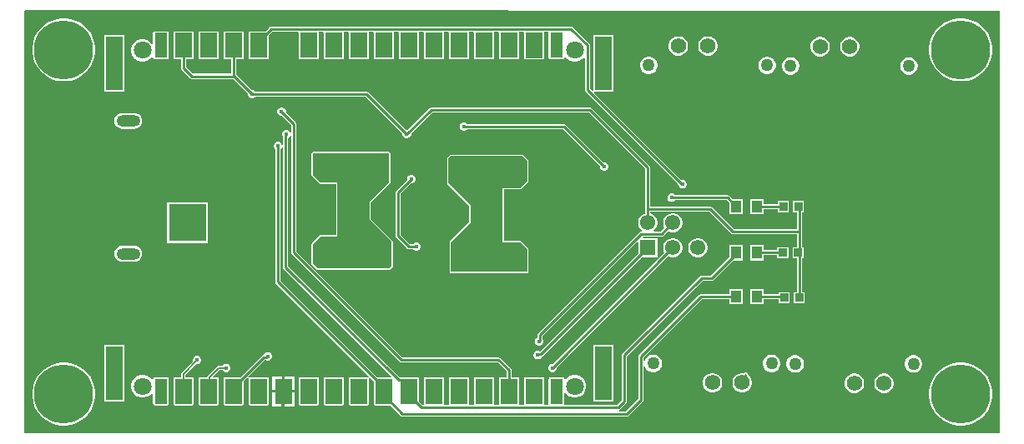
<source format=gbr>
%TF.GenerationSoftware,Altium Limited,Altium Designer,25.4.2 (15)*%
G04 Layer_Physical_Order=1*
G04 Layer_Color=255*
%FSLAX45Y45*%
%MOMM*%
%TF.SameCoordinates,B4779AD4-EA5A-4B61-8BD4-7CBBBCF1F94B*%
%TF.FilePolarity,Positive*%
%TF.FileFunction,Copper,L1,Top,Signal*%
%TF.Part,Single*%
G01*
G75*
%TA.AperFunction,SMDPad,CuDef*%
%ADD10R,0.85872X0.91213*%
%TA.AperFunction,ConnectorPad*%
%ADD11R,1.29000X2.54000*%
%ADD12R,1.78000X2.54000*%
%ADD13R,1.75000X5.50000*%
%TA.AperFunction,SMDPad,CuDef*%
%ADD14R,1.10000X1.30000*%
%TA.AperFunction,Conductor*%
%ADD15C,0.25400*%
%ADD16C,0.25000*%
%ADD17C,0.20000*%
%TA.AperFunction,NonConductor*%
%ADD18R,1.30463X2.55634*%
%ADD19R,1.77800X2.54000*%
%TA.AperFunction,Conductor*%
%ADD20R,1.77800X2.54000*%
%TA.AperFunction,NonConductor*%
%ADD21R,1.28800X2.54000*%
%TA.AperFunction,ComponentPad*%
%ADD22C,1.80000*%
%TA.AperFunction,ViaPad*%
%ADD23C,6.00000*%
%TA.AperFunction,ComponentPad*%
%ADD24C,1.55000*%
%ADD25R,1.55000X1.55000*%
%ADD26O,2.40000X1.20000*%
%ADD27R,3.71600X3.71600*%
%ADD28C,3.71600*%
%ADD29R,1.57000X1.57000*%
%ADD30C,1.57000*%
%ADD31C,1.27000*%
%TA.AperFunction,ViaPad*%
%ADD32C,0.45000*%
G36*
X9893300Y4293300D02*
Y0D01*
X0D01*
Y4291017D01*
X8983Y4299994D01*
X9893300Y4293300D01*
D02*
G37*
%LPC*%
G36*
X1447800Y4085147D02*
X1319000D01*
X1316473Y4084100D01*
X1307100D01*
Y4075859D01*
X1305253Y4071400D01*
Y3961156D01*
X1292553Y3957754D01*
X1288683Y3964457D01*
X1267197Y3985943D01*
X1240883Y4001136D01*
X1211533Y4009000D01*
X1181147D01*
X1151797Y4001136D01*
X1125483Y3985943D01*
X1103997Y3964457D01*
X1088805Y3938143D01*
X1080940Y3908793D01*
Y3878407D01*
X1088805Y3849057D01*
X1103997Y3822743D01*
X1125483Y3801257D01*
X1151797Y3786065D01*
X1181147Y3778200D01*
X1211533D01*
X1240883Y3786065D01*
X1267197Y3801257D01*
X1288683Y3822743D01*
X1292553Y3829446D01*
X1305253Y3826044D01*
Y3817400D01*
X1307100Y3812941D01*
Y3804700D01*
X1316473D01*
X1319000Y3803654D01*
X1447800D01*
X1450327Y3804700D01*
X1461500D01*
Y3817288D01*
X1461546Y3817400D01*
Y4071400D01*
X1461500Y4071512D01*
Y4084100D01*
X1450327D01*
X1447800Y4085147D01*
D02*
G37*
G36*
X6947168Y4036800D02*
X6921232D01*
X6896181Y4030087D01*
X6873720Y4017119D01*
X6855380Y3998780D01*
X6842413Y3976319D01*
X6835700Y3951268D01*
Y3925332D01*
X6842413Y3900280D01*
X6855380Y3877820D01*
X6873720Y3859480D01*
X6896181Y3846513D01*
X6921232Y3839800D01*
X6947168D01*
X6972219Y3846513D01*
X6994680Y3859480D01*
X7013020Y3877820D01*
X7025987Y3900280D01*
X7032700Y3925332D01*
Y3951268D01*
X7025987Y3976319D01*
X7013020Y3998780D01*
X6994680Y4017119D01*
X6972219Y4030087D01*
X6947168Y4036800D01*
D02*
G37*
G36*
X6647168D02*
X6621232D01*
X6596181Y4030087D01*
X6573720Y4017119D01*
X6555381Y3998780D01*
X6542413Y3976319D01*
X6535700Y3951268D01*
Y3925332D01*
X6542413Y3900280D01*
X6555381Y3877820D01*
X6573720Y3859480D01*
X6596181Y3846513D01*
X6621232Y3839800D01*
X6647168D01*
X6672220Y3846513D01*
X6694681Y3859480D01*
X6713020Y3877820D01*
X6725987Y3900280D01*
X6732700Y3925332D01*
Y3951268D01*
X6725987Y3976319D01*
X6713020Y3998780D01*
X6694681Y4017119D01*
X6672220Y4030087D01*
X6647168Y4036800D01*
D02*
G37*
G36*
X8386093Y4030200D02*
X8360158D01*
X8335106Y4023487D01*
X8312645Y4010520D01*
X8294306Y3992180D01*
X8281339Y3969720D01*
X8274626Y3944668D01*
Y3918732D01*
X8281339Y3893681D01*
X8294306Y3871220D01*
X8312645Y3852881D01*
X8335106Y3839913D01*
X8360158Y3833200D01*
X8386093D01*
X8411145Y3839913D01*
X8433606Y3852881D01*
X8451945Y3871220D01*
X8464913Y3893681D01*
X8471626Y3918732D01*
Y3944668D01*
X8464913Y3969720D01*
X8451945Y3992180D01*
X8433606Y4010520D01*
X8411145Y4023487D01*
X8386093Y4030200D01*
D02*
G37*
G36*
X8086094D02*
X8060158D01*
X8035106Y4023487D01*
X8012645Y4010520D01*
X7994306Y3992180D01*
X7981339Y3969720D01*
X7974626Y3944668D01*
Y3918732D01*
X7981339Y3893681D01*
X7994306Y3871220D01*
X8012645Y3852881D01*
X8035106Y3839913D01*
X8060158Y3833200D01*
X8086094D01*
X8111145Y3839913D01*
X8133606Y3852881D01*
X8151945Y3871220D01*
X8164913Y3893681D01*
X8171626Y3918732D01*
Y3944668D01*
X8164913Y3969720D01*
X8151945Y3992180D01*
X8133606Y4010520D01*
X8111145Y4023487D01*
X8086094Y4030200D01*
D02*
G37*
G36*
X1955800Y4085147D02*
X1778000D01*
X1775473Y4084100D01*
X1765200D01*
Y4073686D01*
X1764254Y4071400D01*
Y3817400D01*
X1765200Y3815115D01*
Y3804700D01*
X1775473D01*
X1778000Y3803654D01*
X1955800D01*
X1958327Y3804700D01*
X1968600D01*
Y3815115D01*
X1969546Y3817400D01*
Y4071400D01*
X1968600Y4073686D01*
Y4084100D01*
X1958327D01*
X1955800Y4085147D01*
D02*
G37*
G36*
X2209800D02*
X2032000D01*
X2029473Y4084100D01*
X2019200D01*
Y4073686D01*
X2018254Y4071400D01*
Y3817400D01*
X2019200Y3815115D01*
Y3804700D01*
X2029473D01*
X2032000Y3803654D01*
X2095002D01*
Y3655898D01*
X1710727D01*
X1641338Y3725287D01*
Y3803654D01*
X1701800D01*
X1704327Y3804700D01*
X1717140D01*
Y4084100D01*
X1704327D01*
X1701800Y4085147D01*
X1524000D01*
X1521473Y4084100D01*
X1513740D01*
Y4079818D01*
X1510254Y4071400D01*
Y3817400D01*
X1513740Y3808982D01*
Y3804700D01*
X1521473D01*
X1524000Y3803654D01*
X1589542D01*
Y3714560D01*
X1591514Y3704649D01*
X1597128Y3696248D01*
X1681688Y3611688D01*
X1690089Y3606074D01*
X1700000Y3604103D01*
X2119773D01*
X2268900Y3454975D01*
Y3440646D01*
X2275370Y3425026D01*
X2287326Y3413070D01*
X2302946Y3406600D01*
X2319854D01*
X2335474Y3413070D01*
X2345606Y3423202D01*
X3460173D01*
X3837500Y3045875D01*
Y3031546D01*
X3843970Y3015926D01*
X3855926Y3003970D01*
X3871546Y2997500D01*
X3888454D01*
X3904074Y3003970D01*
X3916030Y3015926D01*
X3922500Y3031546D01*
Y3045875D01*
X4140727Y3264102D01*
X5729273D01*
X6298728Y2694648D01*
Y2280000D01*
Y2235000D01*
X6286991Y2231855D01*
X6264759Y2219019D01*
X6246606Y2200866D01*
X6233770Y2178634D01*
X6227125Y2153836D01*
Y2128164D01*
X6233770Y2103366D01*
X6246606Y2081134D01*
X6263746Y2063994D01*
X6262812Y2055715D01*
X6261627Y2051294D01*
X6254626D01*
X6244794Y2049338D01*
X6236458Y2043768D01*
X5212056Y1019365D01*
X5206486Y1011030D01*
X5204530Y1001197D01*
Y974218D01*
X5195626Y970530D01*
X5183670Y958574D01*
X5177200Y942954D01*
Y926046D01*
X5183670Y910426D01*
X5195626Y898470D01*
X5211246Y892000D01*
X5228154D01*
X5243774Y898470D01*
X5255730Y910426D01*
X5262200Y926046D01*
Y942954D01*
X5255917Y958121D01*
Y990555D01*
X6215392Y1950029D01*
X6227125Y1945169D01*
Y1825836D01*
X5232006Y830717D01*
X5231321D01*
X5216154Y837000D01*
X5199246D01*
X5183626Y830530D01*
X5171670Y818574D01*
X5165200Y802954D01*
Y786046D01*
X5171670Y770426D01*
X5183626Y758470D01*
X5199246Y752000D01*
X5216154D01*
X5231774Y758470D01*
X5243730Y770426D01*
X5247846Y780364D01*
X5252481Y781286D01*
X5260817Y786856D01*
X6263461Y1789500D01*
X6422125D01*
Y1984500D01*
X6278801D01*
X6272013Y1997200D01*
X6273821Y1999906D01*
X6463225D01*
X6473058Y2001862D01*
X6481393Y2007432D01*
X6530286Y2056325D01*
X6540991Y2050145D01*
X6565789Y2043500D01*
X6591461D01*
X6616259Y2050145D01*
X6638491Y2062981D01*
X6656645Y2081134D01*
X6669480Y2103366D01*
X6676125Y2128164D01*
Y2153836D01*
X6669480Y2178634D01*
X6656645Y2200866D01*
X6638491Y2219019D01*
X6616259Y2231855D01*
X6591461Y2238500D01*
X6565789D01*
X6540991Y2231855D01*
X6518759Y2219019D01*
X6500606Y2200866D01*
X6487770Y2178634D01*
X6481125Y2153836D01*
Y2128164D01*
X6487770Y2103366D01*
X6493950Y2092661D01*
X6452582Y2051294D01*
X6387623D01*
X6386438Y2055715D01*
X6385504Y2063994D01*
X6402645Y2081134D01*
X6415480Y2103366D01*
X6422125Y2128164D01*
Y2153836D01*
X6415480Y2178634D01*
X6402645Y2200866D01*
X6384491Y2219019D01*
X6362259Y2231855D01*
X6350523Y2235000D01*
Y2254102D01*
X6949273D01*
X7171688Y2031688D01*
X7180090Y2026074D01*
X7190000Y2024102D01*
X7836873D01*
Y1894506D01*
X7794435D01*
Y1777894D01*
X7836873D01*
Y1437306D01*
X7807135D01*
Y1320694D01*
X7918406D01*
Y1437306D01*
X7888668D01*
Y1777894D01*
X7905706D01*
Y1894506D01*
X7888668D01*
Y2050000D01*
Y2247794D01*
X7909877D01*
Y2364406D01*
X7798606D01*
Y2247794D01*
X7836873D01*
Y2075898D01*
X7200727D01*
X6978312Y2298312D01*
X6969911Y2303926D01*
X6960000Y2305898D01*
X6350523D01*
Y2705375D01*
X6348551Y2715285D01*
X6342938Y2723687D01*
X5758312Y3308312D01*
X5749911Y3313926D01*
X5740000Y3315898D01*
X4130000D01*
X4120090Y3313926D01*
X4111688Y3308312D01*
X3885875Y3082500D01*
X3874125D01*
X3489212Y3467412D01*
X3480811Y3473026D01*
X3470900Y3474998D01*
X2345606D01*
X2335474Y3485130D01*
X2319854Y3491600D01*
X2305525D01*
X2148812Y3648312D01*
X2146798Y3649659D01*
Y3803654D01*
X2209800D01*
X2212327Y3804700D01*
X2222600D01*
Y3815115D01*
X2223546Y3817400D01*
Y4071400D01*
X2222600Y4073686D01*
Y4084100D01*
X2212327D01*
X2209800Y4085147D01*
D02*
G37*
G36*
X7545904Y3831200D02*
X7522496D01*
X7499886Y3825142D01*
X7479614Y3813438D01*
X7463062Y3796886D01*
X7451358Y3776614D01*
X7445300Y3754004D01*
Y3730596D01*
X7451358Y3707986D01*
X7463062Y3687714D01*
X7479614Y3671162D01*
X7499886Y3659459D01*
X7522496Y3653400D01*
X7545904D01*
X7568514Y3659459D01*
X7588786Y3671162D01*
X7605338Y3687714D01*
X7617042Y3707986D01*
X7623100Y3730596D01*
Y3754004D01*
X7617042Y3776614D01*
X7605338Y3796886D01*
X7588786Y3813438D01*
X7568514Y3825142D01*
X7545904Y3831200D01*
D02*
G37*
G36*
X6345904D02*
X6322496D01*
X6299886Y3825142D01*
X6279614Y3813438D01*
X6263062Y3796886D01*
X6251358Y3776614D01*
X6245300Y3754004D01*
Y3730596D01*
X6251358Y3707986D01*
X6263062Y3687714D01*
X6279614Y3671162D01*
X6299886Y3659459D01*
X6322496Y3653400D01*
X6345904D01*
X6368514Y3659459D01*
X6388786Y3671162D01*
X6405338Y3687714D01*
X6417042Y3707986D01*
X6423100Y3730596D01*
Y3754004D01*
X6417042Y3776614D01*
X6405338Y3796886D01*
X6388786Y3813438D01*
X6368514Y3825142D01*
X6345904Y3831200D01*
D02*
G37*
G36*
X8984830Y3824600D02*
X8961422D01*
X8938812Y3818542D01*
X8918540Y3806838D01*
X8901988Y3790286D01*
X8890284Y3770014D01*
X8884226Y3747404D01*
Y3723996D01*
X8890284Y3701386D01*
X8901988Y3681114D01*
X8918540Y3664562D01*
X8938812Y3652859D01*
X8961422Y3646800D01*
X8984830D01*
X9007440Y3652859D01*
X9027712Y3664562D01*
X9044264Y3681114D01*
X9055967Y3701386D01*
X9062026Y3723996D01*
Y3747404D01*
X9055967Y3770014D01*
X9044264Y3790286D01*
X9027712Y3806838D01*
X9007440Y3818542D01*
X8984830Y3824600D01*
D02*
G37*
G36*
X7784829D02*
X7761422D01*
X7738812Y3818542D01*
X7718540Y3806838D01*
X7701988Y3790286D01*
X7690284Y3770014D01*
X7684226Y3747404D01*
Y3723996D01*
X7690284Y3701386D01*
X7701988Y3681114D01*
X7718540Y3664562D01*
X7738812Y3652859D01*
X7761422Y3646800D01*
X7784829D01*
X7807440Y3652859D01*
X7827712Y3664562D01*
X7844263Y3681114D01*
X7855967Y3701386D01*
X7862026Y3723996D01*
Y3747404D01*
X7855967Y3770014D01*
X7844263Y3790286D01*
X7827712Y3806838D01*
X7807440Y3818542D01*
X7784829Y3824600D01*
D02*
G37*
G36*
X9525185Y4220000D02*
X9474815D01*
X9425066Y4212121D01*
X9377163Y4196556D01*
X9332284Y4173689D01*
X9291534Y4144082D01*
X9255918Y4108466D01*
X9226311Y4067717D01*
X9203444Y4022838D01*
X9187880Y3974934D01*
X9180000Y3925185D01*
Y3874815D01*
X9187880Y3825067D01*
X9203444Y3777163D01*
X9226311Y3732284D01*
X9255918Y3691534D01*
X9291534Y3655918D01*
X9332284Y3626312D01*
X9377163Y3603444D01*
X9425066Y3587880D01*
X9474815Y3580000D01*
X9525185D01*
X9574934Y3587880D01*
X9622837Y3603444D01*
X9667717Y3626312D01*
X9708466Y3655918D01*
X9744082Y3691534D01*
X9773689Y3732284D01*
X9796556Y3777163D01*
X9812121Y3825067D01*
X9820000Y3874815D01*
Y3925185D01*
X9812121Y3974934D01*
X9796556Y4022838D01*
X9773689Y4067717D01*
X9744082Y4108466D01*
X9708466Y4144082D01*
X9667717Y4173689D01*
X9622837Y4196556D01*
X9574934Y4212121D01*
X9525185Y4220000D01*
D02*
G37*
G36*
X425185D02*
X374815D01*
X325066Y4212121D01*
X277163Y4196556D01*
X232284Y4173689D01*
X191534Y4144082D01*
X155918Y4108466D01*
X126311Y4067717D01*
X103444Y4022838D01*
X87879Y3974934D01*
X80000Y3925185D01*
Y3874815D01*
X87879Y3825067D01*
X103444Y3777163D01*
X126311Y3732284D01*
X155918Y3691534D01*
X191534Y3655918D01*
X232284Y3626312D01*
X277163Y3603444D01*
X325066Y3587880D01*
X374815Y3580000D01*
X425185D01*
X474934Y3587880D01*
X522837Y3603444D01*
X567716Y3626312D01*
X608466Y3655918D01*
X644082Y3691534D01*
X673689Y3732284D01*
X696556Y3777163D01*
X712120Y3825067D01*
X720000Y3874815D01*
Y3925185D01*
X712120Y3974934D01*
X696556Y4022838D01*
X673689Y4067717D01*
X644082Y4108466D01*
X608466Y4144082D01*
X567716Y4173689D01*
X522837Y4196556D01*
X474934Y4212121D01*
X425185Y4220000D01*
D02*
G37*
G36*
X1010700Y4046000D02*
X810300D01*
Y3470600D01*
X1010700D01*
Y4046000D01*
D02*
G37*
G36*
X1114100Y3256990D02*
X994100D01*
X973216Y3254241D01*
X953755Y3246180D01*
X937043Y3233356D01*
X924220Y3216645D01*
X916159Y3197184D01*
X913410Y3176300D01*
X916159Y3155416D01*
X924220Y3135955D01*
X937043Y3119243D01*
X953755Y3106420D01*
X973216Y3098359D01*
X994100Y3095610D01*
X1114100D01*
X1134984Y3098359D01*
X1154445Y3106420D01*
X1171157Y3119243D01*
X1183980Y3135955D01*
X1192041Y3155416D01*
X1194790Y3176300D01*
X1192041Y3197184D01*
X1183980Y3216645D01*
X1171157Y3233356D01*
X1154445Y3246180D01*
X1134984Y3254241D01*
X1114100Y3256990D01*
D02*
G37*
G36*
X2618454Y3312500D02*
X2601546D01*
X2585926Y3306030D01*
X2573970Y3294074D01*
X2567500Y3278454D01*
Y3261546D01*
X2573970Y3245926D01*
X2585926Y3233970D01*
X2601546Y3227500D01*
X2616164D01*
X2707806Y3135858D01*
Y3058207D01*
X2695106Y3055680D01*
X2691630Y3064074D01*
X2679674Y3076030D01*
X2664054Y3082500D01*
X2647146D01*
X2631526Y3076030D01*
X2619570Y3064074D01*
X2613100Y3048454D01*
Y3031546D01*
X2619570Y3015926D01*
X2624102Y3011394D01*
Y2933629D01*
X2611402Y2931103D01*
X2606030Y2944074D01*
X2594074Y2956030D01*
X2578454Y2962500D01*
X2561546D01*
X2545926Y2956030D01*
X2533970Y2944074D01*
X2527500Y2928454D01*
Y2911546D01*
X2533970Y2895926D01*
X2544102Y2885794D01*
Y1539400D01*
X2546074Y1529489D01*
X2551688Y1521088D01*
X3494777Y577998D01*
X3494548Y577560D01*
X3494548Y577560D01*
X3492150Y572971D01*
X3482899Y566594D01*
X3481072Y566720D01*
X3479800Y567247D01*
X3469337Y567247D01*
X3302000D01*
X3299473Y566200D01*
X3289200D01*
Y555786D01*
X3288254Y553500D01*
Y299500D01*
X3289200Y297215D01*
Y286800D01*
X3299473D01*
X3302000Y285754D01*
X3479800D01*
X3482327Y286800D01*
X3492600D01*
Y297215D01*
X3493546Y299500D01*
Y542901D01*
X3493547Y553500D01*
X3493076Y554636D01*
X3492970Y556335D01*
X3499278Y565702D01*
X3504398Y568377D01*
X3542254Y530522D01*
Y299500D01*
X3543200Y297215D01*
Y286800D01*
X3553473D01*
X3556000Y285754D01*
X3711022D01*
X3817188Y179588D01*
X3825590Y173974D01*
X3835500Y172002D01*
X6111100D01*
X6121011Y173974D01*
X6129412Y179588D01*
X6276012Y326188D01*
X6281626Y334589D01*
X6283598Y344500D01*
Y683009D01*
X6296298Y684681D01*
X6298333Y677086D01*
X6310036Y656814D01*
X6326588Y640262D01*
X6346860Y628558D01*
X6369470Y622500D01*
X6392878D01*
X6415488Y628558D01*
X6435760Y640262D01*
X6452312Y656814D01*
X6464016Y677086D01*
X6470074Y699696D01*
Y723104D01*
X6464016Y745714D01*
X6452312Y765986D01*
X6435760Y782538D01*
X6415488Y794241D01*
X6392878Y800300D01*
X6369470D01*
X6346860Y794241D01*
X6326588Y782538D01*
X6310036Y765986D01*
X6298333Y745714D01*
X6296298Y738119D01*
X6283598Y739791D01*
Y774061D01*
X6875543Y1366006D01*
X7155200D01*
Y1314000D01*
X7290600D01*
Y1469400D01*
X7155200D01*
Y1417394D01*
X6864900D01*
X6855068Y1415438D01*
X6846732Y1409868D01*
X6240257Y803393D01*
X6239388Y802812D01*
X6233774Y794410D01*
X6231802Y784500D01*
Y355227D01*
X6100373Y223798D01*
X6033457D01*
X6032206Y236498D01*
X6033864Y236828D01*
X6042266Y242441D01*
X6106012Y306188D01*
X6111626Y314589D01*
X6113598Y324500D01*
Y783773D01*
X6276012Y946188D01*
X6276593Y947057D01*
X6880568Y1551032D01*
X6973425D01*
X6983258Y1552987D01*
X6991593Y1558557D01*
X7191536Y1758500D01*
X7290600D01*
Y1913900D01*
X7155200D01*
Y1794836D01*
X6962783Y1602419D01*
X6869925D01*
X6860093Y1600463D01*
X6851757Y1594893D01*
X6240257Y983394D01*
X6239388Y982812D01*
X6069388Y812812D01*
X6063774Y804411D01*
X6061802Y794500D01*
Y335227D01*
X6013227Y286651D01*
X5487339D01*
X5485464Y286674D01*
X5477327Y298809D01*
Y407398D01*
X5489595Y410685D01*
X5490577Y408983D01*
X5512063Y387497D01*
X5538377Y372305D01*
X5567727Y364440D01*
X5598113D01*
X5627463Y372305D01*
X5653777Y387497D01*
X5675263Y408983D01*
X5690455Y435297D01*
X5698320Y464647D01*
Y495033D01*
X5690455Y524383D01*
X5675263Y550697D01*
X5653777Y572183D01*
X5627463Y587376D01*
X5598113Y595240D01*
X5567727D01*
X5538377Y587376D01*
X5512063Y572183D01*
X5490577Y550697D01*
X5489595Y548995D01*
X5477327Y552282D01*
Y554443D01*
X5474700Y560786D01*
Y566200D01*
X5468384D01*
X5463581Y568189D01*
X5333118D01*
X5328315Y566200D01*
X5320300D01*
Y556684D01*
X5319372Y554443D01*
Y298809D01*
X5313656Y286722D01*
X5307661Y286651D01*
X5283238D01*
X5276599Y286730D01*
X5271485Y299351D01*
X5271546Y299500D01*
Y553500D01*
X5270600Y555786D01*
Y566200D01*
X5260327D01*
X5257800Y567247D01*
X5080000D01*
X5077473Y566200D01*
X5067200D01*
Y555786D01*
X5066254Y553500D01*
Y299500D01*
X5066315Y299351D01*
X5061201Y286730D01*
X5054562Y286651D01*
X5029238D01*
X5022599Y286730D01*
X5017485Y299351D01*
X5017546Y299500D01*
Y553500D01*
X5016600Y555786D01*
Y566200D01*
X5006327D01*
X5003800Y567247D01*
X4940594D01*
Y645100D01*
X4938638Y654932D01*
X4933068Y663268D01*
X4828168Y768168D01*
X4819832Y773738D01*
X4810000Y775694D01*
X3835643D01*
X2759194Y1852143D01*
Y3146500D01*
X2757238Y3156333D01*
X2751668Y3164668D01*
X2652500Y3263836D01*
Y3278454D01*
X2646030Y3294074D01*
X2634074Y3306030D01*
X2618454Y3312500D01*
D02*
G37*
G36*
X5051400Y2833947D02*
X5051399Y2833947D01*
X4326401D01*
X4326400Y2833947D01*
X4316680Y2829920D01*
X4291680Y2804920D01*
X4287653Y2795200D01*
X4287654Y2795200D01*
Y2545200D01*
X4291680Y2535480D01*
X4512653Y2314506D01*
Y2150894D01*
X4316680Y1954920D01*
X4312653Y1945200D01*
X4312654Y1945200D01*
Y1645200D01*
X4316680Y1635480D01*
X4326400Y1631454D01*
X5101400D01*
X5111120Y1635480D01*
X5115146Y1645200D01*
Y1870200D01*
X5111120Y1879920D01*
X5111120Y1879921D01*
X5036120Y1954920D01*
X5026400Y1958947D01*
X5026399Y1958947D01*
X4865146Y1958947D01*
Y2481454D01*
X5026400D01*
X5026400Y2481453D01*
X5036120Y2485480D01*
X5111120Y2560480D01*
X5115147Y2570200D01*
X5115146Y2570200D01*
Y2770200D01*
X5111120Y2779920D01*
X5111120Y2779921D01*
X5061120Y2829920D01*
X5051400Y2833947D01*
D02*
G37*
G36*
X4466154Y3161400D02*
X4449246D01*
X4433626Y3154930D01*
X4421670Y3142974D01*
X4415200Y3127354D01*
Y3110446D01*
X4421670Y3094826D01*
X4433626Y3082870D01*
X4449246Y3076400D01*
X4466154D01*
X4481774Y3082870D01*
X4492110Y3093206D01*
X5463057D01*
X5837600Y2718664D01*
Y2704046D01*
X5844070Y2688426D01*
X5856026Y2676470D01*
X5871646Y2670000D01*
X5888554D01*
X5904174Y2676470D01*
X5916130Y2688426D01*
X5922600Y2704046D01*
Y2720954D01*
X5916130Y2736574D01*
X5904174Y2748530D01*
X5888554Y2755000D01*
X5873936D01*
X5491868Y3137068D01*
X5483533Y3142638D01*
X5473700Y3144594D01*
X4492110D01*
X4481774Y3154930D01*
X4466154Y3161400D01*
D02*
G37*
G36*
X5547128Y4136450D02*
X2500513D01*
X2490602Y4134479D01*
X2482200Y4128865D01*
X2477287Y4121512D01*
X2442415Y4086640D01*
X2273200D01*
Y4073686D01*
X2272254Y4071400D01*
Y3817400D01*
X2273200Y3815115D01*
Y3807240D01*
X2277341D01*
X2286000Y3803654D01*
X2463800D01*
X2472459Y3807240D01*
X2476600D01*
Y3815115D01*
X2477546Y3817400D01*
Y4048522D01*
X2513680Y4084655D01*
X2768730D01*
X2775696Y4084345D01*
X2780483Y4071955D01*
X2780254Y4071400D01*
Y3817400D01*
X2781200Y3815115D01*
Y3804700D01*
X2791473D01*
X2794000Y3803654D01*
X2971800D01*
X2974327Y3804700D01*
X2984600D01*
Y3815115D01*
X2985546Y3817400D01*
Y4071400D01*
X2985317Y4071955D01*
X2990104Y4084345D01*
X2997070Y4084655D01*
X3022730D01*
X3029696Y4084345D01*
X3034483Y4071955D01*
X3034254Y4071400D01*
Y3817400D01*
X3035200Y3815115D01*
Y3804700D01*
X3045473D01*
X3048000Y3803654D01*
X3225800D01*
X3228327Y3804700D01*
X3238600D01*
Y3815115D01*
X3239546Y3817400D01*
Y4071400D01*
X3239317Y4071955D01*
X3244104Y4084345D01*
X3251070Y4084655D01*
X3276730D01*
X3283696Y4084345D01*
X3288483Y4071955D01*
X3288254Y4071400D01*
Y3817400D01*
X3289200Y3815115D01*
Y3804700D01*
X3299473D01*
X3302000Y3803654D01*
X3479800D01*
X3482327Y3804700D01*
X3492600D01*
Y3815115D01*
X3493546Y3817400D01*
Y4071400D01*
X3493317Y4071955D01*
X3498104Y4084345D01*
X3505070Y4084655D01*
X3530730D01*
X3537696Y4084345D01*
X3542483Y4071955D01*
X3542254Y4071400D01*
Y3817400D01*
X3543200Y3815115D01*
Y3804700D01*
X3553473D01*
X3556000Y3803654D01*
X3733800D01*
X3736327Y3804700D01*
X3746600D01*
Y3815115D01*
X3747546Y3817400D01*
Y4071400D01*
X3747317Y4071955D01*
X3752104Y4084345D01*
X3759070Y4084655D01*
X3784730D01*
X3791696Y4084345D01*
X3796483Y4071955D01*
X3796254Y4071400D01*
Y3817400D01*
X3797200Y3815115D01*
Y3804700D01*
X3807473D01*
X3810000Y3803654D01*
X3987800D01*
X3990327Y3804700D01*
X4000600D01*
Y3815115D01*
X4001546Y3817400D01*
Y4071400D01*
X4001317Y4071955D01*
X4006104Y4084345D01*
X4013070Y4084655D01*
X4038730D01*
X4045696Y4084345D01*
X4050483Y4071955D01*
X4050254Y4071400D01*
Y3817400D01*
X4051200Y3815115D01*
Y3804700D01*
X4061473D01*
X4064000Y3803654D01*
X4241800D01*
X4244327Y3804700D01*
X4254600D01*
Y3815115D01*
X4255546Y3817400D01*
Y4071400D01*
X4255317Y4071955D01*
X4260104Y4084345D01*
X4267070Y4084655D01*
X4292730D01*
X4299696Y4084345D01*
X4304483Y4071955D01*
X4304254Y4071400D01*
Y3817400D01*
X4305200Y3815115D01*
Y3804700D01*
X4315473D01*
X4318000Y3803654D01*
X4495800D01*
X4498327Y3804700D01*
X4508600D01*
Y3815115D01*
X4509546Y3817400D01*
Y4071400D01*
X4509317Y4071955D01*
X4514104Y4084345D01*
X4521070Y4084655D01*
X4552702D01*
X4558483Y4071955D01*
X4558254Y4071400D01*
Y3817400D01*
X4559818Y3813623D01*
Y3805753D01*
X4566932D01*
X4572000Y3803654D01*
X4749800D01*
X4754868Y3805753D01*
X4763218D01*
Y3816606D01*
X4763546Y3817400D01*
Y4071400D01*
X4763218Y4072194D01*
Y4084655D01*
X4802267D01*
X4805455Y4084523D01*
X4812483Y4071955D01*
X4812254Y4071400D01*
Y3817400D01*
X4814753Y3811367D01*
Y3804737D01*
X4823385D01*
X4826000Y3803654D01*
X5003800D01*
X5006415Y3804737D01*
X5018152D01*
Y4084136D01*
X5030638Y4084655D01*
X5054575D01*
X5061490Y4083775D01*
X5066254Y4071400D01*
Y3817400D01*
X5066639Y3816469D01*
Y3803721D01*
X5079838D01*
X5080000Y3803654D01*
X5257800D01*
X5257962Y3803721D01*
X5270039D01*
Y3813760D01*
X5271546Y3817400D01*
Y4071400D01*
X5271317Y4071955D01*
X5276709Y4083969D01*
X5282103Y4084655D01*
X5308281D01*
X5313608Y4084222D01*
X5319372Y4072343D01*
Y3816709D01*
X5320568Y3813820D01*
Y3804257D01*
X5329993D01*
X5333118Y3802963D01*
X5463581D01*
X5466706Y3804257D01*
X5474968D01*
Y3811014D01*
X5477327Y3816709D01*
Y3821158D01*
X5489595Y3824445D01*
X5490577Y3822743D01*
X5512063Y3801257D01*
X5538377Y3786065D01*
X5567727Y3778200D01*
X5598113D01*
X5627463Y3786065D01*
X5653777Y3801257D01*
X5672422Y3819903D01*
X5685122Y3815886D01*
Y3491562D01*
X5687094Y3481651D01*
X5692708Y3473250D01*
X6637500Y2528457D01*
Y2521546D01*
X6643970Y2505926D01*
X6655926Y2493970D01*
X6671546Y2487500D01*
X6688454D01*
X6704074Y2493970D01*
X6716030Y2505926D01*
X6722500Y2521546D01*
Y2538454D01*
X6716030Y2554074D01*
X6704074Y2566030D01*
X6688454Y2572500D01*
X6671546D01*
X6668124Y2571082D01*
X5778807Y3460400D01*
X5784067Y3473100D01*
X5973200D01*
Y4048500D01*
X5772800D01*
Y3484367D01*
X5760100Y3479107D01*
X5736918Y3502289D01*
Y3946661D01*
X5734946Y3956571D01*
X5729332Y3964973D01*
X5565440Y4128865D01*
X5557039Y4134479D01*
X5547128Y4136450D01*
D02*
G37*
G36*
X7500600Y2383800D02*
X7365200D01*
Y2228400D01*
X7500600D01*
Y2280406D01*
X7643264D01*
Y2247794D01*
X7754536D01*
Y2364406D01*
X7643264D01*
Y2331794D01*
X7500600D01*
Y2383800D01*
D02*
G37*
G36*
X6574354Y2437500D02*
X6557446D01*
X6541826Y2431030D01*
X6529870Y2419074D01*
X6523400Y2403454D01*
Y2386546D01*
X6529870Y2370926D01*
X6541826Y2358970D01*
X6557446Y2352500D01*
X6574354D01*
X6589974Y2358970D01*
X6600310Y2369306D01*
X7123357D01*
X7155200Y2337464D01*
Y2228400D01*
X7290600D01*
Y2383800D01*
X7181536D01*
X7152168Y2413168D01*
X7143833Y2418738D01*
X7134000Y2420694D01*
X6600310D01*
X6589974Y2431030D01*
X6574354Y2437500D01*
D02*
G37*
G36*
X3700000Y2863746D02*
X2925000D01*
X2915280Y2859720D01*
X2911254Y2850000D01*
Y2625000D01*
X2915280Y2615280D01*
X2915280Y2615280D01*
X2990280Y2540280D01*
X3000000Y2536253D01*
X3000001Y2536253D01*
X3161254Y2536253D01*
Y2013747D01*
X3000000D01*
X3000000Y2013747D01*
X2990280Y2009720D01*
X2915280Y1934721D01*
X2911253Y1925000D01*
X2911254Y1925000D01*
Y1725000D01*
X2915280Y1715280D01*
X2915280Y1715280D01*
X2965280Y1665280D01*
X2975000Y1661253D01*
X2975001Y1661253D01*
X3699999D01*
X3700000Y1661253D01*
X3709720Y1665280D01*
X3734720Y1690280D01*
X3738747Y1700000D01*
X3738746Y1700000D01*
Y1950000D01*
X3734720Y1959720D01*
X3513747Y2180694D01*
Y2344306D01*
X3709720Y2540280D01*
X3713747Y2550000D01*
X3713746Y2550000D01*
Y2850000D01*
X3709720Y2859720D01*
X3700000Y2863746D01*
D02*
G37*
G36*
X1859900Y2347100D02*
X1448300D01*
Y1935500D01*
X1859900D01*
Y2347100D01*
D02*
G37*
G36*
X3932754Y2628000D02*
X3915846D01*
X3900226Y2621530D01*
X3888270Y2609574D01*
X3881800Y2593954D01*
Y2579336D01*
X3770832Y2468368D01*
X3765262Y2460033D01*
X3763306Y2450200D01*
Y2009600D01*
X3765262Y1999767D01*
X3770832Y1991432D01*
X3879425Y1882839D01*
X3887761Y1877269D01*
X3897593Y1875313D01*
X3943390D01*
X3953726Y1864977D01*
X3969346Y1858507D01*
X3986254D01*
X4001874Y1864977D01*
X4013830Y1876933D01*
X4020300Y1892553D01*
Y1909460D01*
X4013830Y1925081D01*
X4001874Y1937037D01*
X3986254Y1943507D01*
X3969346D01*
X3953726Y1937037D01*
X3943390Y1926700D01*
X3908236D01*
X3814694Y2020243D01*
Y2439557D01*
X3918136Y2543000D01*
X3932754D01*
X3948374Y2549470D01*
X3960330Y2561426D01*
X3966800Y2577046D01*
Y2593954D01*
X3960330Y2609574D01*
X3948374Y2621530D01*
X3932754Y2628000D01*
D02*
G37*
G36*
X6845461Y1984500D02*
X6819789D01*
X6794991Y1977855D01*
X6772759Y1965019D01*
X6754606Y1946866D01*
X6741770Y1924634D01*
X6735125Y1899836D01*
Y1874164D01*
X6741770Y1849366D01*
X6754606Y1827134D01*
X6772759Y1808981D01*
X6794991Y1796145D01*
X6819789Y1789500D01*
X6845461D01*
X6870259Y1796145D01*
X6892491Y1808981D01*
X6910645Y1827134D01*
X6923480Y1849366D01*
X6930125Y1874164D01*
Y1899836D01*
X6923480Y1924634D01*
X6910645Y1946866D01*
X6892491Y1965019D01*
X6870259Y1977855D01*
X6845461Y1984500D01*
D02*
G37*
G36*
X6591461D02*
X6565789D01*
X6540991Y1977855D01*
X6518759Y1965019D01*
X6500606Y1946866D01*
X6487770Y1924634D01*
X6481125Y1899836D01*
Y1874164D01*
X6487770Y1849366D01*
X6493950Y1838661D01*
X5363689Y708400D01*
X5349071D01*
X5333451Y701930D01*
X5321495Y689974D01*
X5315025Y674353D01*
Y657446D01*
X5321495Y641826D01*
X5333451Y629870D01*
X5349071Y623400D01*
X5365979D01*
X5381599Y629870D01*
X5393555Y641826D01*
X5400025Y657446D01*
Y672063D01*
X6530286Y1802325D01*
X6540991Y1796145D01*
X6565789Y1789500D01*
X6591461D01*
X6616259Y1796145D01*
X6638491Y1808981D01*
X6656645Y1827134D01*
X6669480Y1849366D01*
X6676125Y1874164D01*
Y1899836D01*
X6669480Y1924634D01*
X6656645Y1946866D01*
X6638491Y1965019D01*
X6616259Y1977855D01*
X6591461Y1984500D01*
D02*
G37*
G36*
X7500600Y1913900D02*
X7365200D01*
Y1758500D01*
X7500600D01*
Y1810506D01*
X7639094D01*
Y1777894D01*
X7750365D01*
Y1894506D01*
X7639094D01*
Y1861894D01*
X7500600D01*
Y1913900D01*
D02*
G37*
G36*
X1114100Y1906990D02*
X994100D01*
X973216Y1904241D01*
X953755Y1896180D01*
X937043Y1883357D01*
X924220Y1866645D01*
X916159Y1847184D01*
X913410Y1826300D01*
X916159Y1805416D01*
X924220Y1785955D01*
X937043Y1769244D01*
X953755Y1756420D01*
X973216Y1748359D01*
X994100Y1745610D01*
X1114100D01*
X1134984Y1748359D01*
X1154445Y1756420D01*
X1171157Y1769244D01*
X1183980Y1785955D01*
X1192041Y1805416D01*
X1194790Y1826300D01*
X1192041Y1847184D01*
X1183980Y1866645D01*
X1171157Y1883357D01*
X1154445Y1896180D01*
X1134984Y1904241D01*
X1114100Y1906990D01*
D02*
G37*
G36*
X7500600Y1469400D02*
X7365200D01*
Y1314000D01*
X7500600D01*
Y1366006D01*
X7651794D01*
Y1320694D01*
X7763065D01*
Y1437306D01*
X7651794D01*
Y1417394D01*
X7500600D01*
Y1469400D01*
D02*
G37*
G36*
X2476154Y827000D02*
X2459246D01*
X2443626Y820530D01*
X2431670Y808574D01*
X2427887Y799440D01*
X2420543Y797979D01*
X2412141Y792365D01*
X2187022Y567247D01*
X2032000D01*
X2029473Y566200D01*
X2019200D01*
Y555786D01*
X2018254Y553500D01*
Y299500D01*
X2019200Y297215D01*
Y286800D01*
X2029473D01*
X2032000Y285754D01*
X2209800D01*
X2212327Y286800D01*
X2222600D01*
Y297215D01*
X2223546Y299500D01*
Y530522D01*
X2261402Y568377D01*
X2261840Y568148D01*
X2261840Y568148D01*
X2266522Y565702D01*
X2272830Y556335D01*
X2272724Y554636D01*
X2272253Y553500D01*
X2272254Y542901D01*
Y299500D01*
X2273200Y297215D01*
Y286800D01*
X2283473D01*
X2286000Y285754D01*
X2463800D01*
X2466327Y286800D01*
X2476600D01*
Y297215D01*
X2477546Y299500D01*
Y553500D01*
X2476600Y555786D01*
Y566200D01*
X2466327D01*
X2463800Y567247D01*
X2296463D01*
X2286000Y567247D01*
X2284728Y566720D01*
X2282901Y566594D01*
X2273650Y572971D01*
X2271023Y577998D01*
X2441180Y748155D01*
X2444386D01*
X2459246Y742000D01*
X2476154D01*
X2491774Y748470D01*
X2503730Y760426D01*
X2510200Y776046D01*
Y792954D01*
X2503730Y808574D01*
X2491774Y820530D01*
X2476154Y827000D01*
D02*
G37*
G36*
X1761054Y786500D02*
X1744146D01*
X1728526Y780030D01*
X1716570Y768074D01*
X1710100Y752454D01*
Y735546D01*
X1710485Y734617D01*
X1596534Y620666D01*
X1591517Y613157D01*
X1589755Y604300D01*
Y567247D01*
X1524000D01*
X1521473Y566200D01*
X1511200D01*
Y555786D01*
X1510254Y553500D01*
Y299500D01*
X1511200Y297215D01*
Y286800D01*
X1521473D01*
X1524000Y285754D01*
X1701800D01*
X1704327Y286800D01*
X1714600D01*
Y297215D01*
X1715546Y299500D01*
Y553500D01*
X1714600Y555786D01*
Y566200D01*
X1704327D01*
X1701800Y567247D01*
X1636045D01*
Y594713D01*
X1743217Y701885D01*
X1744146Y701500D01*
X1761054D01*
X1776674Y707970D01*
X1788630Y719926D01*
X1795100Y735546D01*
Y752454D01*
X1788630Y768074D01*
X1776674Y780030D01*
X1761054Y786500D01*
D02*
G37*
G36*
X2055054Y708400D02*
X2038147D01*
X2022526Y701930D01*
X2010571Y689974D01*
X2010185Y689045D01*
X1969100D01*
X1960243Y687283D01*
X1952734Y682266D01*
X1858618Y588150D01*
X1853601Y580641D01*
X1851839Y571784D01*
Y567247D01*
X1778000D01*
X1775473Y566200D01*
X1765200D01*
Y555786D01*
X1764254Y553500D01*
Y299500D01*
X1765200Y297215D01*
Y286800D01*
X1775473D01*
X1778000Y285754D01*
X1955800D01*
X1958327Y286800D01*
X1968600D01*
Y297215D01*
X1969546Y299500D01*
Y553500D01*
X1968600Y555786D01*
Y566200D01*
X1958327D01*
X1955800Y567247D01*
X1919771D01*
X1914911Y578980D01*
X1978686Y642755D01*
X2010185D01*
X2010571Y641826D01*
X2022526Y629870D01*
X2038147Y623400D01*
X2055054D01*
X2070674Y629870D01*
X2082630Y641826D01*
X2089100Y657446D01*
Y674353D01*
X2082630Y689974D01*
X2070674Y701930D01*
X2055054Y708400D01*
D02*
G37*
G36*
X7592878Y800300D02*
X7569471D01*
X7546860Y794241D01*
X7526588Y782538D01*
X7510037Y765986D01*
X7498333Y745714D01*
X7492274Y723104D01*
Y699696D01*
X7498333Y677086D01*
X7510037Y656814D01*
X7526588Y640262D01*
X7546860Y628558D01*
X7569471Y622500D01*
X7592878D01*
X7615488Y628558D01*
X7635760Y640262D01*
X7652312Y656814D01*
X7664016Y677086D01*
X7670074Y699696D01*
Y723104D01*
X7664016Y745714D01*
X7652312Y765986D01*
X7635760Y782538D01*
X7615488Y794241D01*
X7592878Y800300D01*
D02*
G37*
G36*
X9031804Y794800D02*
X9008396D01*
X8985786Y788742D01*
X8965514Y777038D01*
X8948962Y760486D01*
X8937258Y740214D01*
X8931200Y717604D01*
Y694196D01*
X8937258Y671586D01*
X8948962Y651314D01*
X8965514Y634762D01*
X8985786Y623058D01*
X9008396Y617000D01*
X9031804D01*
X9054414Y623058D01*
X9074686Y634762D01*
X9091238Y651314D01*
X9102942Y671586D01*
X9109000Y694196D01*
Y717604D01*
X9102942Y740214D01*
X9091238Y760486D01*
X9074686Y777038D01*
X9054414Y788742D01*
X9031804Y794800D01*
D02*
G37*
G36*
X7831804D02*
X7808396D01*
X7785786Y788742D01*
X7765514Y777038D01*
X7748962Y760486D01*
X7737258Y740214D01*
X7731200Y717604D01*
Y694196D01*
X7737258Y671586D01*
X7748962Y651314D01*
X7765514Y634762D01*
X7785786Y623058D01*
X7808396Y617000D01*
X7831804D01*
X7854414Y623058D01*
X7874686Y634762D01*
X7891238Y651314D01*
X7902942Y671586D01*
X7909000Y694196D01*
Y717604D01*
X7902942Y740214D01*
X7891238Y760486D01*
X7874686Y777038D01*
X7854414Y788742D01*
X7831804Y794800D01*
D02*
G37*
G36*
X7316911Y619405D02*
X7307079Y617449D01*
X7299585Y612441D01*
X7294142Y613900D01*
X7268206D01*
X7243155Y607187D01*
X7220694Y594220D01*
X7202355Y575880D01*
X7189387Y553420D01*
X7182674Y528368D01*
Y502432D01*
X7189387Y477381D01*
X7202355Y454920D01*
X7220694Y436581D01*
X7243155Y423613D01*
X7268206Y416900D01*
X7294142D01*
X7319194Y423613D01*
X7341655Y436581D01*
X7359994Y454920D01*
X7372961Y477381D01*
X7379674Y502432D01*
Y528368D01*
X7372961Y553420D01*
X7359994Y575880D01*
X7342605Y593269D01*
Y593711D01*
X7340649Y603544D01*
X7335079Y611879D01*
X7326744Y617449D01*
X7316911Y619405D01*
D02*
G37*
G36*
X2743300Y578900D02*
X2641600D01*
Y439200D01*
X2743300D01*
Y578900D01*
D02*
G37*
G36*
X2616200D02*
X2514500D01*
Y439200D01*
X2616200D01*
Y578900D01*
D02*
G37*
G36*
X6994142Y613900D02*
X6968207D01*
X6943155Y607187D01*
X6920694Y594220D01*
X6902355Y575880D01*
X6889387Y553420D01*
X6882674Y528368D01*
Y502432D01*
X6889387Y477381D01*
X6902355Y454920D01*
X6920694Y436581D01*
X6943155Y423613D01*
X6968207Y416900D01*
X6994142D01*
X7019194Y423613D01*
X7041655Y436581D01*
X7059994Y454920D01*
X7072961Y477381D01*
X7079674Y502432D01*
Y528368D01*
X7072961Y553420D01*
X7059994Y575880D01*
X7041655Y594220D01*
X7019194Y607187D01*
X6994142Y613900D01*
D02*
G37*
G36*
X8733068Y608400D02*
X8707132D01*
X8682080Y601687D01*
X8659619Y588720D01*
X8641280Y570381D01*
X8628313Y547920D01*
X8621600Y522868D01*
Y496932D01*
X8628313Y471881D01*
X8641280Y449420D01*
X8659619Y431081D01*
X8682080Y418113D01*
X8707132Y411400D01*
X8733068D01*
X8758119Y418113D01*
X8780580Y431081D01*
X8798919Y449420D01*
X8811887Y471881D01*
X8818600Y496932D01*
Y522868D01*
X8811887Y547920D01*
X8798919Y570381D01*
X8780580Y588720D01*
X8758119Y601687D01*
X8733068Y608400D01*
D02*
G37*
G36*
X8433068D02*
X8407132D01*
X8382081Y601687D01*
X8359620Y588720D01*
X8341280Y570381D01*
X8328313Y547920D01*
X8321600Y522868D01*
Y496932D01*
X8328313Y471881D01*
X8341280Y449420D01*
X8359620Y431081D01*
X8382081Y418113D01*
X8407132Y411400D01*
X8433068D01*
X8458119Y418113D01*
X8480580Y431081D01*
X8498920Y449420D01*
X8511887Y471881D01*
X8518600Y496932D01*
Y522868D01*
X8511887Y547920D01*
X8498920Y570381D01*
X8480580Y588720D01*
X8458119Y601687D01*
X8433068Y608400D01*
D02*
G37*
G36*
X5973200Y903500D02*
X5772800D01*
Y328100D01*
X5973200D01*
Y903500D01*
D02*
G37*
G36*
X1010700Y901000D02*
X810300D01*
Y325600D01*
X1010700D01*
Y901000D01*
D02*
G37*
G36*
X3225800Y567247D02*
X3048000D01*
X3045473Y566200D01*
X3035200D01*
Y555786D01*
X3034254Y553500D01*
Y299500D01*
X3035200Y297215D01*
Y286800D01*
X3045473D01*
X3048000Y285754D01*
X3225800D01*
X3228327Y286800D01*
X3238600D01*
Y297215D01*
X3239546Y299500D01*
Y553500D01*
X3238600Y555786D01*
Y566200D01*
X3228327D01*
X3225800Y567247D01*
D02*
G37*
G36*
X2971800D02*
X2794000D01*
X2791473Y566200D01*
X2781200D01*
Y555786D01*
X2780254Y553500D01*
Y299500D01*
X2781200Y297215D01*
Y286800D01*
X2791473D01*
X2794000Y285754D01*
X2971800D01*
X2974327Y286800D01*
X2984600D01*
Y297215D01*
X2985546Y299500D01*
Y553500D01*
X2984600Y555786D01*
Y566200D01*
X2974327D01*
X2971800Y567247D01*
D02*
G37*
G36*
X1213093Y595240D02*
X1182707D01*
X1153357Y587376D01*
X1127043Y572183D01*
X1105557Y550697D01*
X1090365Y524383D01*
X1082500Y495033D01*
Y464647D01*
X1090365Y435297D01*
X1105557Y408983D01*
X1127043Y387497D01*
X1153357Y372305D01*
X1182707Y364440D01*
X1213093D01*
X1242443Y372305D01*
X1268757Y387497D01*
X1290243Y408983D01*
X1292986Y413734D01*
X1305253Y410447D01*
Y299500D01*
X1307100Y295041D01*
Y286800D01*
X1316473D01*
X1319000Y285754D01*
X1447800D01*
X1450327Y286800D01*
X1461500D01*
Y299388D01*
X1461546Y299500D01*
Y553500D01*
X1461500Y553612D01*
Y566200D01*
X1450327D01*
X1447800Y567247D01*
X1319000D01*
X1316473Y566200D01*
X1307100D01*
Y557959D01*
X1305253Y553500D01*
Y549233D01*
X1292986Y545946D01*
X1290243Y550697D01*
X1268757Y572183D01*
X1242443Y587376D01*
X1213093Y595240D01*
D02*
G37*
G36*
X2743300Y413800D02*
X2641600D01*
Y274100D01*
X2743300D01*
Y413800D01*
D02*
G37*
G36*
X2616200D02*
X2514500D01*
Y274100D01*
X2616200D01*
Y413800D01*
D02*
G37*
G36*
X9525185Y720000D02*
X9474815D01*
X9425066Y712120D01*
X9377163Y696556D01*
X9332284Y673689D01*
X9291534Y644082D01*
X9255918Y608466D01*
X9226311Y567716D01*
X9203444Y522837D01*
X9187880Y474934D01*
X9180000Y425185D01*
Y374815D01*
X9187880Y325066D01*
X9203444Y277163D01*
X9226311Y232284D01*
X9255918Y191534D01*
X9291534Y155918D01*
X9332284Y126311D01*
X9377163Y103444D01*
X9425066Y87879D01*
X9474815Y80000D01*
X9525185D01*
X9574934Y87879D01*
X9622837Y103444D01*
X9667717Y126311D01*
X9708466Y155918D01*
X9744082Y191534D01*
X9773689Y232284D01*
X9796556Y277163D01*
X9812121Y325066D01*
X9820000Y374815D01*
Y425185D01*
X9812121Y474934D01*
X9796556Y522837D01*
X9773689Y567716D01*
X9744082Y608466D01*
X9708466Y644082D01*
X9667717Y673689D01*
X9622837Y696556D01*
X9574934Y712120D01*
X9525185Y720000D01*
D02*
G37*
G36*
X425185D02*
X374815D01*
X325066Y712120D01*
X277163Y696556D01*
X232284Y673689D01*
X191534Y644082D01*
X155918Y608466D01*
X126311Y567716D01*
X103444Y522837D01*
X87879Y474934D01*
X80000Y425185D01*
Y374815D01*
X87879Y325066D01*
X103444Y277163D01*
X126311Y232284D01*
X155918Y191534D01*
X191534Y155918D01*
X232284Y126311D01*
X277163Y103444D01*
X325066Y87879D01*
X374815Y80000D01*
X425185D01*
X474934Y87879D01*
X522837Y103444D01*
X567716Y126311D01*
X608466Y155918D01*
X644082Y191534D01*
X673689Y232284D01*
X696556Y277163D01*
X712120Y325066D01*
X720000Y374815D01*
Y425185D01*
X712120Y474934D01*
X696556Y522837D01*
X673689Y567716D01*
X644082Y608466D01*
X608466Y644082D01*
X567716Y673689D01*
X522837Y696556D01*
X474934Y712120D01*
X425185Y720000D01*
D02*
G37*
%LPD*%
G36*
X2624102Y2906371D02*
Y1690000D01*
X2626074Y1680090D01*
X2631688Y1671688D01*
X3723429Y579947D01*
X3718168Y567247D01*
X3578778D01*
X2595898Y1550127D01*
Y2885794D01*
X2606030Y2895926D01*
X2611402Y2908897D01*
X2624102Y2906371D01*
D02*
G37*
G36*
X2707806Y3021793D02*
Y1841500D01*
X2709762Y1831667D01*
X2715332Y1823332D01*
X3806832Y731832D01*
X3815167Y726262D01*
X3825000Y724306D01*
X4799357D01*
X4889206Y634457D01*
Y567247D01*
X4826000D01*
X4823473Y566200D01*
X4813200D01*
Y555786D01*
X4812254Y553500D01*
Y299500D01*
X4812315Y299351D01*
X4807201Y286730D01*
X4800562Y286651D01*
X4775238D01*
X4768599Y286730D01*
X4763485Y299351D01*
X4763546Y299500D01*
Y553500D01*
X4762600Y555786D01*
Y566200D01*
X4752327D01*
X4749800Y567247D01*
X4572000D01*
X4569473Y566200D01*
X4559200D01*
Y555786D01*
X4558254Y553500D01*
Y299500D01*
X4558315Y299351D01*
X4553201Y286730D01*
X4546562Y286651D01*
X4521238D01*
X4514599Y286730D01*
X4509485Y299351D01*
X4509546Y299500D01*
Y553500D01*
X4508600Y555786D01*
Y566200D01*
X4498327D01*
X4495800Y567247D01*
X4318000D01*
X4315473Y566200D01*
X4305200D01*
Y555786D01*
X4304254Y553500D01*
Y299500D01*
X4304315Y299351D01*
X4299201Y286730D01*
X4292562Y286651D01*
X4267238D01*
X4260599Y286730D01*
X4255485Y299351D01*
X4255546Y299500D01*
Y553500D01*
X4254600Y555786D01*
Y566200D01*
X4244327D01*
X4241800Y567247D01*
X4064000D01*
X4061473Y566200D01*
X4051200D01*
Y555786D01*
X4050254Y553500D01*
Y299500D01*
X4041342Y291731D01*
X4033438Y290587D01*
X4001546Y322478D01*
Y553500D01*
X4000600Y555786D01*
Y566200D01*
X3990327D01*
X3987800Y567247D01*
X3810000D01*
X3809561Y567064D01*
X2675898Y1700727D01*
Y3002406D01*
X2679674Y3003970D01*
X2691630Y3015926D01*
X2695106Y3024320D01*
X2707806Y3021793D01*
D02*
G37*
G36*
X5101400Y2770200D02*
Y2570200D01*
X5026400Y2495200D01*
X4851400D01*
Y1945200D01*
X5026400Y1945200D01*
X5101400Y1870200D01*
Y1645200D01*
X4326400D01*
Y1945200D01*
X4526400Y2145200D01*
Y2320200D01*
X4301400Y2545200D01*
Y2795200D01*
X4326400Y2820200D01*
X5051400D01*
X5101400Y2770200D01*
D02*
G37*
G36*
X3700000Y2550000D02*
X3500000Y2350000D01*
Y2175000D01*
X3725000Y1950000D01*
Y1700000D01*
X3700000Y1675000D01*
X2975000D01*
X2925000Y1725000D01*
Y1925000D01*
X3000000Y2000000D01*
X3175000D01*
Y2550000D01*
X3000000Y2550000D01*
X2925000Y2625000D01*
Y2850000D01*
X3700000D01*
Y2550000D01*
D02*
G37*
D10*
X7854241Y2306100D02*
D03*
X7698900D02*
D03*
X7850071Y1836200D02*
D03*
X7694729D02*
D03*
X7862771Y1379000D02*
D03*
X7707429D02*
D03*
D11*
X5397768Y3943957D02*
D03*
X1384300Y3944400D02*
D03*
Y426500D02*
D03*
X5397500D02*
D03*
D12*
X5168339Y3943421D02*
D03*
X4916452Y3944437D02*
D03*
X4661518Y3945453D02*
D03*
X4406900Y3944400D02*
D03*
X4152900D02*
D03*
X3898900D02*
D03*
X3644900D02*
D03*
X3390900D02*
D03*
X3136900D02*
D03*
X2882900D02*
D03*
X2628900D02*
D03*
X2374900Y3946940D02*
D03*
X2120900Y3944400D02*
D03*
X1866900D02*
D03*
X1615440D02*
D03*
X1612900Y426500D02*
D03*
X1866900D02*
D03*
X2120900D02*
D03*
X2374900D02*
D03*
X2628900D02*
D03*
X2882900D02*
D03*
X3136900D02*
D03*
X3390900D02*
D03*
X3644900D02*
D03*
X3898900D02*
D03*
X4152900D02*
D03*
X4406900D02*
D03*
X4660900D02*
D03*
X4914900D02*
D03*
X5168900D02*
D03*
D13*
X910500Y3758300D02*
D03*
X5873000Y3760800D02*
D03*
X910500Y613300D02*
D03*
X5873000Y615800D02*
D03*
D14*
X7432900Y2306100D02*
D03*
X7222900D02*
D03*
X7432900Y1391700D02*
D03*
X7222900D02*
D03*
X7432900Y1836200D02*
D03*
X7222900D02*
D03*
D15*
X1700000Y3630000D02*
X2130500D01*
X2120900D02*
Y3944400D01*
X3822600Y540800D02*
X3898900Y464500D01*
X3799200Y540800D02*
X3822600D01*
X2650000Y1690000D02*
X3799200Y540800D01*
X2650000Y1690000D02*
Y3034400D01*
X3898900Y388500D02*
Y464500D01*
Y388500D02*
X4026646Y260754D01*
X6662782Y2539800D02*
X6664896D01*
X5711020Y3491562D02*
X6662782Y2539800D01*
X6664896D02*
X6674696Y2530000D01*
X6680000D01*
X5711020Y3491562D02*
Y3946661D01*
X7862771Y1379000D02*
Y1836200D01*
Y2050000D01*
X6324625Y2280000D02*
X6960000D01*
X7190000Y2050000D01*
X7862771D01*
X6324625Y2141000D02*
Y2280000D01*
Y2705375D01*
X5740000Y3290000D02*
X6324625Y2705375D01*
X4130000Y3290000D02*
X5740000D01*
X3880000Y3040000D02*
X4130000Y3290000D01*
X3470900Y3449100D02*
X3880000Y3040000D01*
X2311400Y3449100D02*
X3470900D01*
X2130500Y3630000D02*
X2311400Y3449100D01*
X1615440Y3714560D02*
X1700000Y3630000D01*
X1615440Y3714560D02*
Y3944400D01*
X7862771Y2050000D02*
Y2297571D01*
X7854241Y2306100D02*
X7862771Y2297571D01*
X2570000Y1539400D02*
Y2920000D01*
Y1539400D02*
X3644900Y464500D01*
X2650000Y3034400D02*
X2655600Y3040000D01*
X3644900Y388500D02*
Y464500D01*
X2374900Y3946940D02*
Y3982500D01*
X2500513Y4108113D01*
Y4110553D01*
X6087700Y324500D02*
Y794500D01*
X6257700Y964500D01*
Y344500D02*
Y784500D01*
X4026646Y260754D02*
X6023954D01*
X6087700Y324500D01*
X6111100Y197900D02*
X6257700Y344500D01*
X3835500Y197900D02*
X6111100D01*
X2457253Y774053D02*
X2467700Y784500D01*
X2430453Y774053D02*
X2457253D01*
X2120900Y464500D02*
X2430453Y774053D01*
X2500513Y4110553D02*
X5547128D01*
X5711020Y3946661D01*
X2120900Y426500D02*
Y464500D01*
X3644900Y388500D02*
X3835500Y197900D01*
X7840071Y1836200D02*
X7846421Y1829850D01*
Y1385350D02*
X7852771Y1379000D01*
D16*
X4810000Y750000D02*
X4914900Y645100D01*
Y426500D02*
Y645100D01*
X3825000Y750000D02*
X4810000D01*
X2733500Y1841500D02*
X3825000Y750000D01*
X6463225Y2025600D02*
X6578625Y2141000D01*
X6254626Y2025600D02*
X6463225D01*
X6565900Y2395000D02*
X7134000D01*
X7222900Y2306100D01*
X3897593Y1901007D02*
X3977800D01*
X2733500Y1841500D02*
Y3146500D01*
X5473700Y3118900D02*
X5880100Y2712500D01*
X4457700Y3118900D02*
X5473700D01*
X2610000Y3270000D02*
X2733500Y3146500D01*
X2779476Y3730524D02*
Y3755824D01*
X2628900Y3906400D02*
Y3944400D01*
Y3906400D02*
X2779476Y3755824D01*
Y3730524D02*
X2790000Y3720000D01*
X7281174Y551119D02*
X7316911Y586856D01*
X7281174Y515400D02*
Y551119D01*
X7316911Y586856D02*
Y593711D01*
X6869925Y1576725D02*
X6973425D01*
X6257700Y964500D02*
X6869925Y1576725D01*
X6257700Y784500D02*
X6864900Y1391700D01*
X7222900D01*
X5207700Y794500D02*
X5218224Y805024D01*
X5242649D01*
X6324625Y1887000D01*
X3789000Y2009600D02*
Y2450200D01*
X3924300Y2585500D01*
X7432900Y1391700D02*
X7704729D01*
X7432900Y1836200D02*
X7704729D01*
X6973425Y1576725D02*
X7222900Y1826200D01*
Y1836200D01*
X7432900Y2306100D02*
X7708900D01*
X5219700Y934500D02*
X5230224Y945024D01*
Y1001197D01*
X6254626Y2025600D01*
X5357525Y665900D02*
X6578625Y1887000D01*
X2616200Y413800D02*
X2628900Y426500D01*
X2616200Y185200D02*
Y413800D01*
X3789000Y2009600D02*
X3897593Y1901007D01*
D17*
X1612900Y426500D02*
Y604300D01*
X1752600Y744000D01*
X1969100Y665900D02*
X2046600D01*
X1866900Y426500D02*
Y464500D01*
X1874984Y472584D01*
Y571784D01*
X1969100Y665900D01*
D18*
X5398349Y3944526D02*
D03*
Y426626D02*
D03*
D19*
X5168900Y3944400D02*
D03*
X4914900D02*
D03*
X4660900D02*
D03*
X4406900D02*
D03*
X4152900D02*
D03*
X3898900D02*
D03*
X3644900D02*
D03*
X3390900D02*
D03*
X3136900D02*
D03*
X2882900D02*
D03*
X1866900D02*
D03*
X2374900Y426500D02*
D03*
X4152900D02*
D03*
X2882900D02*
D03*
X3136900D02*
D03*
X3390900D02*
D03*
X4406900D02*
D03*
X4660900D02*
D03*
X5168900D02*
D03*
D20*
X2628900Y3944400D02*
D03*
X2374900D02*
D03*
X2120900D02*
D03*
X1612900D02*
D03*
X2120900Y426500D02*
D03*
X3644900D02*
D03*
X3898900D02*
D03*
X1612900D02*
D03*
X1866900D02*
D03*
X2628900D02*
D03*
X4914900D02*
D03*
D21*
X1383400Y3944400D02*
D03*
Y426500D02*
D03*
D22*
X1196340Y3893600D02*
D03*
X1197900Y479840D02*
D03*
X5582920D02*
D03*
Y3893600D02*
D03*
D23*
X9500000Y3900000D02*
D03*
Y400000D02*
D03*
X400000Y3900000D02*
D03*
Y400000D02*
D03*
D24*
X6832625Y2141000D02*
D03*
X6578625D02*
D03*
X6324625D02*
D03*
X6832625Y1887000D02*
D03*
X6578625D02*
D03*
D25*
X6324625D02*
D03*
D26*
X1054100Y1826300D02*
D03*
Y3176300D02*
D03*
D27*
X1654100Y2141300D02*
D03*
D28*
Y2861300D02*
D03*
D29*
X7234200Y3938300D02*
D03*
X8673126Y3931700D02*
D03*
X6681174Y515400D02*
D03*
X8120100Y509900D02*
D03*
D30*
X6934200Y3938300D02*
D03*
X6634200D02*
D03*
X8373126Y3931700D02*
D03*
X8073126D02*
D03*
X6981174Y515400D02*
D03*
X7281174D02*
D03*
X8420100Y509900D02*
D03*
X8720100D02*
D03*
D31*
X6334200Y3742300D02*
D03*
X7534200D02*
D03*
X7773126Y3735700D02*
D03*
X8973126D02*
D03*
X7581174Y711400D02*
D03*
X6381174D02*
D03*
X9020100Y705900D02*
D03*
X7820100D02*
D03*
D32*
X6680000Y2530000D02*
D03*
X5026400Y1710200D02*
D03*
X4951400D02*
D03*
X5026400Y1785200D02*
D03*
X4951400D02*
D03*
X5026400Y1860200D02*
D03*
X4951400D02*
D03*
X4461400Y2590200D02*
D03*
X4386400D02*
D03*
X4461400Y2665200D02*
D03*
X4386400D02*
D03*
X4461400Y2740200D02*
D03*
X4386400D02*
D03*
X4461400Y1725151D02*
D03*
X4386400D02*
D03*
X4461400Y1800151D02*
D03*
X4386400D02*
D03*
X4461400Y1875151D02*
D03*
X4386400D02*
D03*
X4951400Y2175249D02*
D03*
X5026400D02*
D03*
X4951400Y2100249D02*
D03*
X5026400D02*
D03*
X4951400Y2025249D02*
D03*
X5026400D02*
D03*
X4950000Y2445000D02*
D03*
X5025000D02*
D03*
X4950000Y2370000D02*
D03*
X5025000D02*
D03*
X4950000Y2295000D02*
D03*
X5025000D02*
D03*
X4420000Y2175000D02*
D03*
X4345000D02*
D03*
X4420000Y2250000D02*
D03*
X4345000D02*
D03*
X4420000Y2325000D02*
D03*
X4345000D02*
D03*
X4951400Y2575249D02*
D03*
Y2650249D02*
D03*
X5026400Y2575249D02*
D03*
Y2650249D02*
D03*
X4951400Y2725249D02*
D03*
X5026400D02*
D03*
X3977800Y1901007D02*
D03*
X3000000Y1759951D02*
D03*
X3075000D02*
D03*
X3000000Y1834951D02*
D03*
Y1909951D02*
D03*
X3075000Y1834951D02*
D03*
Y1909951D02*
D03*
X3680000Y2165000D02*
D03*
X3605000D02*
D03*
X3680000Y2240000D02*
D03*
X3605000D02*
D03*
X3680000Y2315000D02*
D03*
X3605000D02*
D03*
X3000000Y2195000D02*
D03*
X3075000D02*
D03*
X3000000Y2120000D02*
D03*
X3075000D02*
D03*
X3000000Y2045000D02*
D03*
X3075000D02*
D03*
X3000000Y2459951D02*
D03*
X3075000D02*
D03*
X3000000Y2384951D02*
D03*
X3075000D02*
D03*
X3000000Y2309951D02*
D03*
X3075000D02*
D03*
X3640000Y2610049D02*
D03*
X3565000D02*
D03*
X3640000Y2685049D02*
D03*
X3565000D02*
D03*
X3640000Y2760049D02*
D03*
X3565000D02*
D03*
X3640000Y1745000D02*
D03*
X3565000D02*
D03*
X3640000Y1820000D02*
D03*
X3565000D02*
D03*
X3640000Y1895000D02*
D03*
X3565000D02*
D03*
X3075000Y2625000D02*
D03*
X3000000D02*
D03*
X3075000Y2700000D02*
D03*
X3000000D02*
D03*
X3075000Y2775000D02*
D03*
X3000000D02*
D03*
X3880000Y3040000D02*
D03*
X2570000Y2920000D02*
D03*
X2655600Y3040000D02*
D03*
X2610000Y3270000D02*
D03*
X2790000Y3720000D02*
D03*
X4350000Y1575000D02*
D03*
X5207700Y794500D02*
D03*
X2467700Y784500D02*
D03*
X3851900Y2292600D02*
D03*
Y2192600D02*
D03*
X3959400Y2292600D02*
D03*
Y2192600D02*
D03*
X4067000Y2292600D02*
D03*
Y2192600D02*
D03*
X4174500Y2292600D02*
D03*
Y2192600D02*
D03*
X7023100Y1840900D02*
D03*
X2311400Y3449100D02*
D03*
X2046600Y665900D02*
D03*
X1752600Y744000D02*
D03*
X5219700Y934500D02*
D03*
X5357525Y665900D02*
D03*
X6565900Y2395000D02*
D03*
X5880100Y2712500D02*
D03*
X4457700Y3118900D02*
D03*
X3924300Y2585500D02*
D03*
X2616200Y185200D02*
D03*
%TF.MD5,86815582d6eaeea9495bd6545b4e1e11*%
M02*

</source>
